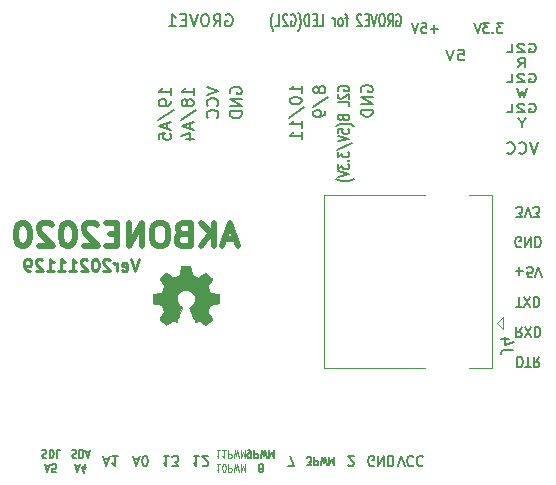
<source format=gbr>
G04 #@! TF.GenerationSoftware,KiCad,Pcbnew,5.1.9-73d0e3b20d~88~ubuntu20.04.1*
G04 #@! TF.CreationDate,2021-11-29T19:04:58+09:00*
G04 #@! TF.ProjectId,AKBONE2020LGT8F,414b424f-4e45-4323-9032-304c47543846,rev?*
G04 #@! TF.SameCoordinates,Original*
G04 #@! TF.FileFunction,Legend,Bot*
G04 #@! TF.FilePolarity,Positive*
%FSLAX46Y46*%
G04 Gerber Fmt 4.6, Leading zero omitted, Abs format (unit mm)*
G04 Created by KiCad (PCBNEW 5.1.9-73d0e3b20d~88~ubuntu20.04.1) date 2021-11-29 19:04:58*
%MOMM*%
%LPD*%
G01*
G04 APERTURE LIST*
%ADD10C,0.175000*%
%ADD11C,0.200000*%
%ADD12C,0.250000*%
%ADD13C,0.500000*%
%ADD14C,0.170000*%
%ADD15C,0.150000*%
%ADD16C,0.125000*%
%ADD17C,0.002540*%
%ADD18C,0.120000*%
G04 APERTURE END LIST*
D10*
X212283420Y-94409240D02*
X212235800Y-94342573D01*
X212235800Y-94242573D01*
X212283420Y-94142573D01*
X212378658Y-94075906D01*
X212473896Y-94042573D01*
X212664372Y-94009240D01*
X212807229Y-94009240D01*
X212997705Y-94042573D01*
X213092943Y-94075906D01*
X213188181Y-94142573D01*
X213235800Y-94242573D01*
X213235800Y-94309240D01*
X213188181Y-94409240D01*
X213140562Y-94442573D01*
X212807229Y-94442573D01*
X212807229Y-94309240D01*
X212331039Y-94709240D02*
X212283420Y-94742573D01*
X212235800Y-94809240D01*
X212235800Y-94975906D01*
X212283420Y-95042573D01*
X212331039Y-95075906D01*
X212426277Y-95109240D01*
X212521515Y-95109240D01*
X212664372Y-95075906D01*
X213235800Y-94675906D01*
X213235800Y-95109240D01*
X213235800Y-95742573D02*
X213235800Y-95409240D01*
X212235800Y-95409240D01*
X212711991Y-96742573D02*
X212759610Y-96842573D01*
X212807229Y-96875906D01*
X212902467Y-96909240D01*
X213045324Y-96909240D01*
X213140562Y-96875906D01*
X213188181Y-96842573D01*
X213235800Y-96775906D01*
X213235800Y-96509240D01*
X212235800Y-96509240D01*
X212235800Y-96742573D01*
X212283420Y-96809240D01*
X212331039Y-96842573D01*
X212426277Y-96875906D01*
X212521515Y-96875906D01*
X212616753Y-96842573D01*
X212664372Y-96809240D01*
X212711991Y-96742573D01*
X212711991Y-96509240D01*
X213616753Y-97409240D02*
X213569134Y-97375906D01*
X213426277Y-97309240D01*
X213331039Y-97275906D01*
X213188181Y-97242573D01*
X212950086Y-97209240D01*
X212759610Y-97209240D01*
X212521515Y-97242573D01*
X212378658Y-97275906D01*
X212283420Y-97309240D01*
X212140562Y-97375906D01*
X212092943Y-97409240D01*
X212235800Y-98009240D02*
X212235800Y-97675906D01*
X212711991Y-97642573D01*
X212664372Y-97675906D01*
X212616753Y-97742573D01*
X212616753Y-97909240D01*
X212664372Y-97975906D01*
X212711991Y-98009240D01*
X212807229Y-98042573D01*
X213045324Y-98042573D01*
X213140562Y-98009240D01*
X213188181Y-97975906D01*
X213235800Y-97909240D01*
X213235800Y-97742573D01*
X213188181Y-97675906D01*
X213140562Y-97642573D01*
X212235800Y-98242573D02*
X213235800Y-98475906D01*
X212235800Y-98709240D01*
X212188181Y-99442573D02*
X213473896Y-98842573D01*
X212235800Y-99609240D02*
X212235800Y-100042573D01*
X212616753Y-99809240D01*
X212616753Y-99909240D01*
X212664372Y-99975906D01*
X212711991Y-100009240D01*
X212807229Y-100042573D01*
X213045324Y-100042573D01*
X213140562Y-100009240D01*
X213188181Y-99975906D01*
X213235800Y-99909240D01*
X213235800Y-99709240D01*
X213188181Y-99642573D01*
X213140562Y-99609240D01*
X213140562Y-100342573D02*
X213188181Y-100375906D01*
X213235800Y-100342573D01*
X213188181Y-100309240D01*
X213140562Y-100342573D01*
X213235800Y-100342573D01*
X212235800Y-100609240D02*
X212235800Y-101042573D01*
X212616753Y-100809240D01*
X212616753Y-100909240D01*
X212664372Y-100975906D01*
X212711991Y-101009240D01*
X212807229Y-101042573D01*
X213045324Y-101042573D01*
X213140562Y-101009240D01*
X213188181Y-100975906D01*
X213235800Y-100909240D01*
X213235800Y-100709240D01*
X213188181Y-100642573D01*
X213140562Y-100609240D01*
X212235800Y-101242573D02*
X213235800Y-101475906D01*
X212235800Y-101709240D01*
X213616753Y-101875906D02*
X213569134Y-101909240D01*
X213426277Y-101975906D01*
X213331039Y-102009240D01*
X213188181Y-102042573D01*
X212950086Y-102075906D01*
X212759610Y-102075906D01*
X212521515Y-102042573D01*
X212378658Y-102009240D01*
X212283420Y-101975906D01*
X212140562Y-101909240D01*
X212092943Y-101875906D01*
D11*
X209189580Y-94596793D02*
X209189580Y-94025364D01*
X209189580Y-94311079D02*
X208189580Y-94311079D01*
X208332438Y-94215840D01*
X208427676Y-94120602D01*
X208475295Y-94025364D01*
X208189580Y-95215840D02*
X208189580Y-95311079D01*
X208237200Y-95406317D01*
X208284819Y-95453936D01*
X208380057Y-95501555D01*
X208570533Y-95549174D01*
X208808628Y-95549174D01*
X208999104Y-95501555D01*
X209094342Y-95453936D01*
X209141961Y-95406317D01*
X209189580Y-95311079D01*
X209189580Y-95215840D01*
X209141961Y-95120602D01*
X209094342Y-95072983D01*
X208999104Y-95025364D01*
X208808628Y-94977745D01*
X208570533Y-94977745D01*
X208380057Y-95025364D01*
X208284819Y-95072983D01*
X208237200Y-95120602D01*
X208189580Y-95215840D01*
X208141961Y-96692031D02*
X209427676Y-95834888D01*
X209189580Y-97549174D02*
X209189580Y-96977745D01*
X209189580Y-97263460D02*
X208189580Y-97263460D01*
X208332438Y-97168221D01*
X208427676Y-97072983D01*
X208475295Y-96977745D01*
X209189580Y-98501555D02*
X209189580Y-97930126D01*
X209189580Y-98215840D02*
X208189580Y-98215840D01*
X208332438Y-98120602D01*
X208427676Y-98025364D01*
X208475295Y-97930126D01*
X214251920Y-94513495D02*
X214204300Y-94418257D01*
X214204300Y-94275400D01*
X214251920Y-94132542D01*
X214347158Y-94037304D01*
X214442396Y-93989685D01*
X214632872Y-93942066D01*
X214775729Y-93942066D01*
X214966205Y-93989685D01*
X215061443Y-94037304D01*
X215156681Y-94132542D01*
X215204300Y-94275400D01*
X215204300Y-94370638D01*
X215156681Y-94513495D01*
X215109062Y-94561114D01*
X214775729Y-94561114D01*
X214775729Y-94370638D01*
X215204300Y-94989685D02*
X214204300Y-94989685D01*
X215204300Y-95561114D01*
X214204300Y-95561114D01*
X215204300Y-96037304D02*
X214204300Y-96037304D01*
X214204300Y-96275400D01*
X214251920Y-96418257D01*
X214347158Y-96513495D01*
X214442396Y-96561114D01*
X214632872Y-96608733D01*
X214775729Y-96608733D01*
X214966205Y-96561114D01*
X215061443Y-96513495D01*
X215156681Y-96418257D01*
X215204300Y-96275400D01*
X215204300Y-96037304D01*
X210622212Y-94241121D02*
X210574593Y-94145883D01*
X210526974Y-94098264D01*
X210431736Y-94050645D01*
X210384117Y-94050645D01*
X210288879Y-94098264D01*
X210241260Y-94145883D01*
X210193640Y-94241121D01*
X210193640Y-94431598D01*
X210241260Y-94526836D01*
X210288879Y-94574455D01*
X210384117Y-94622074D01*
X210431736Y-94622074D01*
X210526974Y-94574455D01*
X210574593Y-94526836D01*
X210622212Y-94431598D01*
X210622212Y-94241121D01*
X210669831Y-94145883D01*
X210717450Y-94098264D01*
X210812688Y-94050645D01*
X211003164Y-94050645D01*
X211098402Y-94098264D01*
X211146021Y-94145883D01*
X211193640Y-94241121D01*
X211193640Y-94431598D01*
X211146021Y-94526836D01*
X211098402Y-94574455D01*
X211003164Y-94622074D01*
X210812688Y-94622074D01*
X210717450Y-94574455D01*
X210669831Y-94526836D01*
X210622212Y-94431598D01*
X210146021Y-95764931D02*
X211431736Y-94907788D01*
X211193640Y-96145883D02*
X211193640Y-96336360D01*
X211146021Y-96431598D01*
X211098402Y-96479217D01*
X210955545Y-96574455D01*
X210765069Y-96622074D01*
X210384117Y-96622074D01*
X210288879Y-96574455D01*
X210241260Y-96526836D01*
X210193640Y-96431598D01*
X210193640Y-96241121D01*
X210241260Y-96145883D01*
X210288879Y-96098264D01*
X210384117Y-96050645D01*
X210622212Y-96050645D01*
X210717450Y-96098264D01*
X210765069Y-96145883D01*
X210812688Y-96241121D01*
X210812688Y-96431598D01*
X210765069Y-96526836D01*
X210717450Y-96574455D01*
X210622212Y-96622074D01*
X203167360Y-94643035D02*
X203119740Y-94547797D01*
X203119740Y-94404940D01*
X203167360Y-94262082D01*
X203262598Y-94166844D01*
X203357836Y-94119225D01*
X203548312Y-94071606D01*
X203691169Y-94071606D01*
X203881645Y-94119225D01*
X203976883Y-94166844D01*
X204072121Y-94262082D01*
X204119740Y-94404940D01*
X204119740Y-94500178D01*
X204072121Y-94643035D01*
X204024502Y-94690654D01*
X203691169Y-94690654D01*
X203691169Y-94500178D01*
X204119740Y-95119225D02*
X203119740Y-95119225D01*
X204119740Y-95690654D01*
X203119740Y-95690654D01*
X204119740Y-96166844D02*
X203119740Y-96166844D01*
X203119740Y-96404940D01*
X203167360Y-96547797D01*
X203262598Y-96643035D01*
X203357836Y-96690654D01*
X203548312Y-96738273D01*
X203691169Y-96738273D01*
X203881645Y-96690654D01*
X203976883Y-96643035D01*
X204072121Y-96547797D01*
X204119740Y-96404940D01*
X204119740Y-96166844D01*
X201143620Y-94114786D02*
X202143620Y-94448120D01*
X201143620Y-94781453D01*
X202048382Y-95686215D02*
X202096001Y-95638596D01*
X202143620Y-95495739D01*
X202143620Y-95400500D01*
X202096001Y-95257643D01*
X202000763Y-95162405D01*
X201905525Y-95114786D01*
X201715049Y-95067167D01*
X201572192Y-95067167D01*
X201381716Y-95114786D01*
X201286478Y-95162405D01*
X201191240Y-95257643D01*
X201143620Y-95400500D01*
X201143620Y-95495739D01*
X201191240Y-95638596D01*
X201238859Y-95686215D01*
X202048382Y-96686215D02*
X202096001Y-96638596D01*
X202143620Y-96495739D01*
X202143620Y-96400500D01*
X202096001Y-96257643D01*
X202000763Y-96162405D01*
X201905525Y-96114786D01*
X201715049Y-96067167D01*
X201572192Y-96067167D01*
X201381716Y-96114786D01*
X201286478Y-96162405D01*
X201191240Y-96257643D01*
X201143620Y-96400500D01*
X201143620Y-96495739D01*
X201191240Y-96638596D01*
X201238859Y-96686215D01*
X198105020Y-94773952D02*
X198105020Y-94202523D01*
X198105020Y-94488238D02*
X197105020Y-94488238D01*
X197247878Y-94393000D01*
X197343116Y-94297761D01*
X197390735Y-94202523D01*
X198105020Y-95250142D02*
X198105020Y-95440619D01*
X198057401Y-95535857D01*
X198009782Y-95583476D01*
X197866925Y-95678714D01*
X197676449Y-95726333D01*
X197295497Y-95726333D01*
X197200259Y-95678714D01*
X197152640Y-95631095D01*
X197105020Y-95535857D01*
X197105020Y-95345380D01*
X197152640Y-95250142D01*
X197200259Y-95202523D01*
X197295497Y-95154904D01*
X197533592Y-95154904D01*
X197628830Y-95202523D01*
X197676449Y-95250142D01*
X197724068Y-95345380D01*
X197724068Y-95535857D01*
X197676449Y-95631095D01*
X197628830Y-95678714D01*
X197533592Y-95726333D01*
X197057401Y-96869190D02*
X198343116Y-96012047D01*
X197819306Y-97154904D02*
X197819306Y-97631095D01*
X198105020Y-97059666D02*
X197105020Y-97393000D01*
X198105020Y-97726333D01*
X197105020Y-98535857D02*
X197105020Y-98059666D01*
X197581211Y-98012047D01*
X197533592Y-98059666D01*
X197485973Y-98154904D01*
X197485973Y-98393000D01*
X197533592Y-98488238D01*
X197581211Y-98535857D01*
X197676449Y-98583476D01*
X197914544Y-98583476D01*
X198009782Y-98535857D01*
X198057401Y-98488238D01*
X198105020Y-98393000D01*
X198105020Y-98154904D01*
X198057401Y-98059666D01*
X198009782Y-98012047D01*
X200037960Y-94773952D02*
X200037960Y-94202523D01*
X200037960Y-94488238D02*
X199037960Y-94488238D01*
X199180818Y-94393000D01*
X199276056Y-94297761D01*
X199323675Y-94202523D01*
X199466532Y-95345380D02*
X199418913Y-95250142D01*
X199371294Y-95202523D01*
X199276056Y-95154904D01*
X199228437Y-95154904D01*
X199133199Y-95202523D01*
X199085580Y-95250142D01*
X199037960Y-95345380D01*
X199037960Y-95535857D01*
X199085580Y-95631095D01*
X199133199Y-95678714D01*
X199228437Y-95726333D01*
X199276056Y-95726333D01*
X199371294Y-95678714D01*
X199418913Y-95631095D01*
X199466532Y-95535857D01*
X199466532Y-95345380D01*
X199514151Y-95250142D01*
X199561770Y-95202523D01*
X199657008Y-95154904D01*
X199847484Y-95154904D01*
X199942722Y-95202523D01*
X199990341Y-95250142D01*
X200037960Y-95345380D01*
X200037960Y-95535857D01*
X199990341Y-95631095D01*
X199942722Y-95678714D01*
X199847484Y-95726333D01*
X199657008Y-95726333D01*
X199561770Y-95678714D01*
X199514151Y-95631095D01*
X199466532Y-95535857D01*
X198990341Y-96869190D02*
X200276056Y-96012047D01*
X199752246Y-97154904D02*
X199752246Y-97631095D01*
X200037960Y-97059666D02*
X199037960Y-97393000D01*
X200037960Y-97726333D01*
X199371294Y-98488238D02*
X200037960Y-98488238D01*
X198990341Y-98250142D02*
X199704627Y-98012047D01*
X199704627Y-98631095D01*
X220715711Y-89220825D02*
X220106187Y-89220825D01*
X220410949Y-89563682D02*
X220410949Y-88877968D01*
X219344282Y-88663682D02*
X219725235Y-88663682D01*
X219763330Y-89092254D01*
X219725235Y-89049397D01*
X219649044Y-89006540D01*
X219458568Y-89006540D01*
X219382378Y-89049397D01*
X219344282Y-89092254D01*
X219306187Y-89177968D01*
X219306187Y-89392254D01*
X219344282Y-89477968D01*
X219382378Y-89520825D01*
X219458568Y-89563682D01*
X219649044Y-89563682D01*
X219725235Y-89520825D01*
X219763330Y-89477968D01*
X219077616Y-88663682D02*
X218810949Y-89563682D01*
X218544282Y-88663682D01*
D10*
X228457047Y-95557500D02*
X228552285Y-95524166D01*
X228695142Y-95524166D01*
X228838000Y-95557500D01*
X228933238Y-95624166D01*
X228980857Y-95690833D01*
X229028476Y-95824166D01*
X229028476Y-95924166D01*
X228980857Y-96057500D01*
X228933238Y-96124166D01*
X228838000Y-96190833D01*
X228695142Y-96224166D01*
X228599904Y-96224166D01*
X228457047Y-96190833D01*
X228409428Y-96157500D01*
X228409428Y-95924166D01*
X228599904Y-95924166D01*
X228028476Y-95590833D02*
X227980857Y-95557500D01*
X227885619Y-95524166D01*
X227647523Y-95524166D01*
X227552285Y-95557500D01*
X227504666Y-95590833D01*
X227457047Y-95657500D01*
X227457047Y-95724166D01*
X227504666Y-95824166D01*
X228076095Y-96224166D01*
X227457047Y-96224166D01*
X226552285Y-96224166D02*
X227028476Y-96224166D01*
X227028476Y-95524166D01*
X227838000Y-97115833D02*
X227838000Y-97449166D01*
X228171333Y-96749166D02*
X227838000Y-97115833D01*
X227504666Y-96749166D01*
X228457047Y-93017500D02*
X228552285Y-92984166D01*
X228695142Y-92984166D01*
X228838000Y-93017500D01*
X228933238Y-93084166D01*
X228980857Y-93150833D01*
X229028476Y-93284166D01*
X229028476Y-93384166D01*
X228980857Y-93517500D01*
X228933238Y-93584166D01*
X228838000Y-93650833D01*
X228695142Y-93684166D01*
X228599904Y-93684166D01*
X228457047Y-93650833D01*
X228409428Y-93617500D01*
X228409428Y-93384166D01*
X228599904Y-93384166D01*
X228028476Y-93050833D02*
X227980857Y-93017500D01*
X227885619Y-92984166D01*
X227647523Y-92984166D01*
X227552285Y-93017500D01*
X227504666Y-93050833D01*
X227457047Y-93117500D01*
X227457047Y-93184166D01*
X227504666Y-93284166D01*
X228076095Y-93684166D01*
X227457047Y-93684166D01*
X226552285Y-93684166D02*
X227028476Y-93684166D01*
X227028476Y-92984166D01*
X228266571Y-94209166D02*
X228028476Y-94909166D01*
X227838000Y-94409166D01*
X227647523Y-94909166D01*
X227409428Y-94209166D01*
X228457047Y-90477500D02*
X228552285Y-90444166D01*
X228695142Y-90444166D01*
X228838000Y-90477500D01*
X228933238Y-90544166D01*
X228980857Y-90610833D01*
X229028476Y-90744166D01*
X229028476Y-90844166D01*
X228980857Y-90977500D01*
X228933238Y-91044166D01*
X228838000Y-91110833D01*
X228695142Y-91144166D01*
X228599904Y-91144166D01*
X228457047Y-91110833D01*
X228409428Y-91077500D01*
X228409428Y-90844166D01*
X228599904Y-90844166D01*
X228028476Y-90510833D02*
X227980857Y-90477500D01*
X227885619Y-90444166D01*
X227647523Y-90444166D01*
X227552285Y-90477500D01*
X227504666Y-90510833D01*
X227457047Y-90577500D01*
X227457047Y-90644166D01*
X227504666Y-90744166D01*
X228076095Y-91144166D01*
X227457047Y-91144166D01*
X226552285Y-91144166D02*
X227028476Y-91144166D01*
X227028476Y-90444166D01*
X227528476Y-92369166D02*
X227861809Y-92035833D01*
X228099904Y-92369166D02*
X228099904Y-91669166D01*
X227718952Y-91669166D01*
X227623714Y-91702500D01*
X227576095Y-91735833D01*
X227528476Y-91802500D01*
X227528476Y-91902500D01*
X227576095Y-91969166D01*
X227623714Y-92002500D01*
X227718952Y-92035833D01*
X228099904Y-92035833D01*
D12*
X195380952Y-108672380D02*
X195047619Y-109672380D01*
X194714285Y-108672380D01*
X194000000Y-109624761D02*
X194095238Y-109672380D01*
X194285714Y-109672380D01*
X194380952Y-109624761D01*
X194428571Y-109529523D01*
X194428571Y-109148571D01*
X194380952Y-109053333D01*
X194285714Y-109005714D01*
X194095238Y-109005714D01*
X194000000Y-109053333D01*
X193952380Y-109148571D01*
X193952380Y-109243809D01*
X194428571Y-109339047D01*
X193523809Y-109672380D02*
X193523809Y-109005714D01*
X193523809Y-109196190D02*
X193476190Y-109100952D01*
X193428571Y-109053333D01*
X193333333Y-109005714D01*
X193238095Y-109005714D01*
X192952380Y-108767619D02*
X192904761Y-108720000D01*
X192809523Y-108672380D01*
X192571428Y-108672380D01*
X192476190Y-108720000D01*
X192428571Y-108767619D01*
X192380952Y-108862857D01*
X192380952Y-108958095D01*
X192428571Y-109100952D01*
X193000000Y-109672380D01*
X192380952Y-109672380D01*
X191761904Y-108672380D02*
X191666666Y-108672380D01*
X191571428Y-108720000D01*
X191523809Y-108767619D01*
X191476190Y-108862857D01*
X191428571Y-109053333D01*
X191428571Y-109291428D01*
X191476190Y-109481904D01*
X191523809Y-109577142D01*
X191571428Y-109624761D01*
X191666666Y-109672380D01*
X191761904Y-109672380D01*
X191857142Y-109624761D01*
X191904761Y-109577142D01*
X191952380Y-109481904D01*
X192000000Y-109291428D01*
X192000000Y-109053333D01*
X191952380Y-108862857D01*
X191904761Y-108767619D01*
X191857142Y-108720000D01*
X191761904Y-108672380D01*
X191047619Y-108767619D02*
X191000000Y-108720000D01*
X190904761Y-108672380D01*
X190666666Y-108672380D01*
X190571428Y-108720000D01*
X190523809Y-108767619D01*
X190476190Y-108862857D01*
X190476190Y-108958095D01*
X190523809Y-109100952D01*
X191095238Y-109672380D01*
X190476190Y-109672380D01*
X189523809Y-109672380D02*
X190095238Y-109672380D01*
X189809523Y-109672380D02*
X189809523Y-108672380D01*
X189904761Y-108815238D01*
X190000000Y-108910476D01*
X190095238Y-108958095D01*
X188571428Y-109672380D02*
X189142857Y-109672380D01*
X188857142Y-109672380D02*
X188857142Y-108672380D01*
X188952380Y-108815238D01*
X189047619Y-108910476D01*
X189142857Y-108958095D01*
X187619047Y-109672380D02*
X188190476Y-109672380D01*
X187904761Y-109672380D02*
X187904761Y-108672380D01*
X188000000Y-108815238D01*
X188095238Y-108910476D01*
X188190476Y-108958095D01*
X187238095Y-108767619D02*
X187190476Y-108720000D01*
X187095238Y-108672380D01*
X186857142Y-108672380D01*
X186761904Y-108720000D01*
X186714285Y-108767619D01*
X186666666Y-108862857D01*
X186666666Y-108958095D01*
X186714285Y-109100952D01*
X187285714Y-109672380D01*
X186666666Y-109672380D01*
X186190476Y-109672380D02*
X186000000Y-109672380D01*
X185904761Y-109624761D01*
X185857142Y-109577142D01*
X185761904Y-109434285D01*
X185714285Y-109243809D01*
X185714285Y-108862857D01*
X185761904Y-108767619D01*
X185809523Y-108720000D01*
X185904761Y-108672380D01*
X186095238Y-108672380D01*
X186190476Y-108720000D01*
X186238095Y-108767619D01*
X186285714Y-108862857D01*
X186285714Y-109100952D01*
X186238095Y-109196190D01*
X186190476Y-109243809D01*
X186095238Y-109291428D01*
X185904761Y-109291428D01*
X185809523Y-109243809D01*
X185761904Y-109196190D01*
X185714285Y-109100952D01*
D13*
X203595714Y-107013333D02*
X202643333Y-107013333D01*
X203786190Y-107584761D02*
X203119523Y-105584761D01*
X202452857Y-107584761D01*
X201786190Y-107584761D02*
X201786190Y-105584761D01*
X200643333Y-107584761D02*
X201500476Y-106441904D01*
X200643333Y-105584761D02*
X201786190Y-106727619D01*
X199119523Y-106537142D02*
X198833809Y-106632380D01*
X198738571Y-106727619D01*
X198643333Y-106918095D01*
X198643333Y-107203809D01*
X198738571Y-107394285D01*
X198833809Y-107489523D01*
X199024285Y-107584761D01*
X199786190Y-107584761D01*
X199786190Y-105584761D01*
X199119523Y-105584761D01*
X198929047Y-105680000D01*
X198833809Y-105775238D01*
X198738571Y-105965714D01*
X198738571Y-106156190D01*
X198833809Y-106346666D01*
X198929047Y-106441904D01*
X199119523Y-106537142D01*
X199786190Y-106537142D01*
X197405238Y-105584761D02*
X197024285Y-105584761D01*
X196833809Y-105680000D01*
X196643333Y-105870476D01*
X196548095Y-106251428D01*
X196548095Y-106918095D01*
X196643333Y-107299047D01*
X196833809Y-107489523D01*
X197024285Y-107584761D01*
X197405238Y-107584761D01*
X197595714Y-107489523D01*
X197786190Y-107299047D01*
X197881428Y-106918095D01*
X197881428Y-106251428D01*
X197786190Y-105870476D01*
X197595714Y-105680000D01*
X197405238Y-105584761D01*
X195690952Y-107584761D02*
X195690952Y-105584761D01*
X194548095Y-107584761D01*
X194548095Y-105584761D01*
X193595714Y-106537142D02*
X192929047Y-106537142D01*
X192643333Y-107584761D02*
X193595714Y-107584761D01*
X193595714Y-105584761D01*
X192643333Y-105584761D01*
X191881428Y-105775238D02*
X191786190Y-105680000D01*
X191595714Y-105584761D01*
X191119523Y-105584761D01*
X190929047Y-105680000D01*
X190833809Y-105775238D01*
X190738571Y-105965714D01*
X190738571Y-106156190D01*
X190833809Y-106441904D01*
X191976666Y-107584761D01*
X190738571Y-107584761D01*
X189500476Y-105584761D02*
X189310000Y-105584761D01*
X189119523Y-105680000D01*
X189024285Y-105775238D01*
X188929047Y-105965714D01*
X188833809Y-106346666D01*
X188833809Y-106822857D01*
X188929047Y-107203809D01*
X189024285Y-107394285D01*
X189119523Y-107489523D01*
X189310000Y-107584761D01*
X189500476Y-107584761D01*
X189690952Y-107489523D01*
X189786190Y-107394285D01*
X189881428Y-107203809D01*
X189976666Y-106822857D01*
X189976666Y-106346666D01*
X189881428Y-105965714D01*
X189786190Y-105775238D01*
X189690952Y-105680000D01*
X189500476Y-105584761D01*
X188071904Y-105775238D02*
X187976666Y-105680000D01*
X187786190Y-105584761D01*
X187310000Y-105584761D01*
X187119523Y-105680000D01*
X187024285Y-105775238D01*
X186929047Y-105965714D01*
X186929047Y-106156190D01*
X187024285Y-106441904D01*
X188167142Y-107584761D01*
X186929047Y-107584761D01*
X185690952Y-105584761D02*
X185500476Y-105584761D01*
X185310000Y-105680000D01*
X185214761Y-105775238D01*
X185119523Y-105965714D01*
X185024285Y-106346666D01*
X185024285Y-106822857D01*
X185119523Y-107203809D01*
X185214761Y-107394285D01*
X185310000Y-107489523D01*
X185500476Y-107584761D01*
X185690952Y-107584761D01*
X185881428Y-107489523D01*
X185976666Y-107394285D01*
X186071904Y-107203809D01*
X186167142Y-106822857D01*
X186167142Y-106346666D01*
X186071904Y-105965714D01*
X185976666Y-105775238D01*
X185881428Y-105680000D01*
X185690952Y-105584761D01*
D14*
X227445714Y-116932857D02*
X227445714Y-117832857D01*
X227636190Y-117832857D01*
X227750476Y-117790000D01*
X227826666Y-117704285D01*
X227864761Y-117618571D01*
X227902857Y-117447142D01*
X227902857Y-117318571D01*
X227864761Y-117147142D01*
X227826666Y-117061428D01*
X227750476Y-116975714D01*
X227636190Y-116932857D01*
X227445714Y-116932857D01*
X228131428Y-117832857D02*
X228588571Y-117832857D01*
X228360000Y-116932857D02*
X228360000Y-117832857D01*
X229312380Y-116932857D02*
X229045714Y-117361428D01*
X228855238Y-116932857D02*
X228855238Y-117832857D01*
X229160000Y-117832857D01*
X229236190Y-117790000D01*
X229274285Y-117747142D01*
X229312380Y-117661428D01*
X229312380Y-117532857D01*
X229274285Y-117447142D01*
X229236190Y-117404285D01*
X229160000Y-117361428D01*
X228855238Y-117361428D01*
X227826666Y-114392857D02*
X227560000Y-114821428D01*
X227369523Y-114392857D02*
X227369523Y-115292857D01*
X227674285Y-115292857D01*
X227750476Y-115250000D01*
X227788571Y-115207142D01*
X227826666Y-115121428D01*
X227826666Y-114992857D01*
X227788571Y-114907142D01*
X227750476Y-114864285D01*
X227674285Y-114821428D01*
X227369523Y-114821428D01*
X228093333Y-115292857D02*
X228626666Y-114392857D01*
X228626666Y-115292857D02*
X228093333Y-114392857D01*
X228931428Y-114392857D02*
X228931428Y-115292857D01*
X229121904Y-115292857D01*
X229236190Y-115250000D01*
X229312380Y-115164285D01*
X229350476Y-115078571D01*
X229388571Y-114907142D01*
X229388571Y-114778571D01*
X229350476Y-114607142D01*
X229312380Y-114521428D01*
X229236190Y-114435714D01*
X229121904Y-114392857D01*
X228931428Y-114392857D01*
X227331428Y-109655714D02*
X227940952Y-109655714D01*
X227636190Y-109312857D02*
X227636190Y-109998571D01*
X228702857Y-110212857D02*
X228321904Y-110212857D01*
X228283809Y-109784285D01*
X228321904Y-109827142D01*
X228398095Y-109870000D01*
X228588571Y-109870000D01*
X228664761Y-109827142D01*
X228702857Y-109784285D01*
X228740952Y-109698571D01*
X228740952Y-109484285D01*
X228702857Y-109398571D01*
X228664761Y-109355714D01*
X228588571Y-109312857D01*
X228398095Y-109312857D01*
X228321904Y-109355714D01*
X228283809Y-109398571D01*
X228969523Y-110212857D02*
X229236190Y-109312857D01*
X229502857Y-110212857D01*
X227350476Y-112752857D02*
X227807619Y-112752857D01*
X227579047Y-111852857D02*
X227579047Y-112752857D01*
X227998095Y-112752857D02*
X228531428Y-111852857D01*
X228531428Y-112752857D02*
X227998095Y-111852857D01*
X228836190Y-111852857D02*
X228836190Y-112752857D01*
X229026666Y-112752857D01*
X229140952Y-112710000D01*
X229217142Y-112624285D01*
X229255238Y-112538571D01*
X229293333Y-112367142D01*
X229293333Y-112238571D01*
X229255238Y-112067142D01*
X229217142Y-111981428D01*
X229140952Y-111895714D01*
X229026666Y-111852857D01*
X228836190Y-111852857D01*
X227750476Y-107630000D02*
X227674285Y-107672857D01*
X227560000Y-107672857D01*
X227445714Y-107630000D01*
X227369523Y-107544285D01*
X227331428Y-107458571D01*
X227293333Y-107287142D01*
X227293333Y-107158571D01*
X227331428Y-106987142D01*
X227369523Y-106901428D01*
X227445714Y-106815714D01*
X227560000Y-106772857D01*
X227636190Y-106772857D01*
X227750476Y-106815714D01*
X227788571Y-106858571D01*
X227788571Y-107158571D01*
X227636190Y-107158571D01*
X228131428Y-106772857D02*
X228131428Y-107672857D01*
X228588571Y-106772857D01*
X228588571Y-107672857D01*
X228969523Y-106772857D02*
X228969523Y-107672857D01*
X229160000Y-107672857D01*
X229274285Y-107630000D01*
X229350476Y-107544285D01*
X229388571Y-107458571D01*
X229426666Y-107287142D01*
X229426666Y-107158571D01*
X229388571Y-106987142D01*
X229350476Y-106901428D01*
X229274285Y-106815714D01*
X229160000Y-106772857D01*
X228969523Y-106772857D01*
X227369523Y-105132857D02*
X227864761Y-105132857D01*
X227598095Y-104790000D01*
X227712380Y-104790000D01*
X227788571Y-104747142D01*
X227826666Y-104704285D01*
X227864761Y-104618571D01*
X227864761Y-104404285D01*
X227826666Y-104318571D01*
X227788571Y-104275714D01*
X227712380Y-104232857D01*
X227483809Y-104232857D01*
X227407619Y-104275714D01*
X227369523Y-104318571D01*
X228093333Y-105132857D02*
X228360000Y-104232857D01*
X228626666Y-105132857D01*
X228817142Y-105132857D02*
X229312380Y-105132857D01*
X229045714Y-104790000D01*
X229160000Y-104790000D01*
X229236190Y-104747142D01*
X229274285Y-104704285D01*
X229312380Y-104618571D01*
X229312380Y-104404285D01*
X229274285Y-104318571D01*
X229236190Y-104275714D01*
X229160000Y-104232857D01*
X228931428Y-104232857D01*
X228855238Y-104275714D01*
X228817142Y-104318571D01*
D11*
X222440476Y-90947142D02*
X222916666Y-90947142D01*
X222964285Y-91375714D01*
X222916666Y-91332857D01*
X222821428Y-91290000D01*
X222583333Y-91290000D01*
X222488095Y-91332857D01*
X222440476Y-91375714D01*
X222392857Y-91461428D01*
X222392857Y-91675714D01*
X222440476Y-91761428D01*
X222488095Y-91804285D01*
X222583333Y-91847142D01*
X222821428Y-91847142D01*
X222916666Y-91804285D01*
X222964285Y-91761428D01*
X222107142Y-90947142D02*
X221773809Y-91847142D01*
X221440476Y-90947142D01*
X226224952Y-88661142D02*
X225729714Y-88661142D01*
X225996380Y-89004000D01*
X225882095Y-89004000D01*
X225805904Y-89046857D01*
X225767809Y-89089714D01*
X225729714Y-89175428D01*
X225729714Y-89389714D01*
X225767809Y-89475428D01*
X225805904Y-89518285D01*
X225882095Y-89561142D01*
X226110666Y-89561142D01*
X226186857Y-89518285D01*
X226224952Y-89475428D01*
X225386857Y-89475428D02*
X225348761Y-89518285D01*
X225386857Y-89561142D01*
X225424952Y-89518285D01*
X225386857Y-89475428D01*
X225386857Y-89561142D01*
X225082095Y-88661142D02*
X224586857Y-88661142D01*
X224853523Y-89004000D01*
X224739238Y-89004000D01*
X224663047Y-89046857D01*
X224624952Y-89089714D01*
X224586857Y-89175428D01*
X224586857Y-89389714D01*
X224624952Y-89475428D01*
X224663047Y-89518285D01*
X224739238Y-89561142D01*
X224967809Y-89561142D01*
X225044000Y-89518285D01*
X225082095Y-89475428D01*
X224358285Y-88661142D02*
X224091619Y-89561142D01*
X223824952Y-88661142D01*
X229171333Y-98766380D02*
X228838000Y-99766380D01*
X228504666Y-98766380D01*
X227599904Y-99671142D02*
X227647523Y-99718761D01*
X227790380Y-99766380D01*
X227885619Y-99766380D01*
X228028476Y-99718761D01*
X228123714Y-99623523D01*
X228171333Y-99528285D01*
X228218952Y-99337809D01*
X228218952Y-99194952D01*
X228171333Y-99004476D01*
X228123714Y-98909238D01*
X228028476Y-98814000D01*
X227885619Y-98766380D01*
X227790380Y-98766380D01*
X227647523Y-98814000D01*
X227599904Y-98861619D01*
X226599904Y-99671142D02*
X226647523Y-99718761D01*
X226790380Y-99766380D01*
X226885619Y-99766380D01*
X227028476Y-99718761D01*
X227123714Y-99623523D01*
X227171333Y-99528285D01*
X227218952Y-99337809D01*
X227218952Y-99194952D01*
X227171333Y-99004476D01*
X227123714Y-98909238D01*
X227028476Y-98814000D01*
X226885619Y-98766380D01*
X226790380Y-98766380D01*
X226647523Y-98814000D01*
X226599904Y-98861619D01*
D10*
X217223333Y-88000000D02*
X217290000Y-87952380D01*
X217390000Y-87952380D01*
X217490000Y-88000000D01*
X217556666Y-88095238D01*
X217590000Y-88190476D01*
X217623333Y-88380952D01*
X217623333Y-88523809D01*
X217590000Y-88714285D01*
X217556666Y-88809523D01*
X217490000Y-88904761D01*
X217390000Y-88952380D01*
X217323333Y-88952380D01*
X217223333Y-88904761D01*
X217190000Y-88857142D01*
X217190000Y-88523809D01*
X217323333Y-88523809D01*
X216490000Y-88952380D02*
X216723333Y-88476190D01*
X216890000Y-88952380D02*
X216890000Y-87952380D01*
X216623333Y-87952380D01*
X216556666Y-88000000D01*
X216523333Y-88047619D01*
X216490000Y-88142857D01*
X216490000Y-88285714D01*
X216523333Y-88380952D01*
X216556666Y-88428571D01*
X216623333Y-88476190D01*
X216890000Y-88476190D01*
X216056666Y-87952380D02*
X215923333Y-87952380D01*
X215856666Y-88000000D01*
X215790000Y-88095238D01*
X215756666Y-88285714D01*
X215756666Y-88619047D01*
X215790000Y-88809523D01*
X215856666Y-88904761D01*
X215923333Y-88952380D01*
X216056666Y-88952380D01*
X216123333Y-88904761D01*
X216190000Y-88809523D01*
X216223333Y-88619047D01*
X216223333Y-88285714D01*
X216190000Y-88095238D01*
X216123333Y-88000000D01*
X216056666Y-87952380D01*
X215556666Y-87952380D02*
X215323333Y-88952380D01*
X215090000Y-87952380D01*
X214856666Y-88428571D02*
X214623333Y-88428571D01*
X214523333Y-88952380D02*
X214856666Y-88952380D01*
X214856666Y-87952380D01*
X214523333Y-87952380D01*
X214256666Y-88047619D02*
X214223333Y-88000000D01*
X214156666Y-87952380D01*
X213990000Y-87952380D01*
X213923333Y-88000000D01*
X213890000Y-88047619D01*
X213856666Y-88142857D01*
X213856666Y-88238095D01*
X213890000Y-88380952D01*
X214290000Y-88952380D01*
X213856666Y-88952380D01*
X213123333Y-88285714D02*
X212856666Y-88285714D01*
X213023333Y-88952380D02*
X213023333Y-88095238D01*
X212990000Y-88000000D01*
X212923333Y-87952380D01*
X212856666Y-87952380D01*
X212523333Y-88952380D02*
X212590000Y-88904761D01*
X212623333Y-88857142D01*
X212656666Y-88761904D01*
X212656666Y-88476190D01*
X212623333Y-88380952D01*
X212590000Y-88333333D01*
X212523333Y-88285714D01*
X212423333Y-88285714D01*
X212356666Y-88333333D01*
X212323333Y-88380952D01*
X212290000Y-88476190D01*
X212290000Y-88761904D01*
X212323333Y-88857142D01*
X212356666Y-88904761D01*
X212423333Y-88952380D01*
X212523333Y-88952380D01*
X211990000Y-88952380D02*
X211990000Y-88285714D01*
X211990000Y-88476190D02*
X211956666Y-88380952D01*
X211923333Y-88333333D01*
X211856666Y-88285714D01*
X211790000Y-88285714D01*
X210690000Y-88952380D02*
X211023333Y-88952380D01*
X211023333Y-87952380D01*
X210456666Y-88428571D02*
X210223333Y-88428571D01*
X210123333Y-88952380D02*
X210456666Y-88952380D01*
X210456666Y-87952380D01*
X210123333Y-87952380D01*
X209823333Y-88952380D02*
X209823333Y-87952380D01*
X209656666Y-87952380D01*
X209556666Y-88000000D01*
X209490000Y-88095238D01*
X209456666Y-88190476D01*
X209423333Y-88380952D01*
X209423333Y-88523809D01*
X209456666Y-88714285D01*
X209490000Y-88809523D01*
X209556666Y-88904761D01*
X209656666Y-88952380D01*
X209823333Y-88952380D01*
X208923333Y-89333333D02*
X208956666Y-89285714D01*
X209023333Y-89142857D01*
X209056666Y-89047619D01*
X209090000Y-88904761D01*
X209123333Y-88666666D01*
X209123333Y-88476190D01*
X209090000Y-88238095D01*
X209056666Y-88095238D01*
X209023333Y-88000000D01*
X208956666Y-87857142D01*
X208923333Y-87809523D01*
X208290000Y-88000000D02*
X208356666Y-87952380D01*
X208456666Y-87952380D01*
X208556666Y-88000000D01*
X208623333Y-88095238D01*
X208656666Y-88190476D01*
X208690000Y-88380952D01*
X208690000Y-88523809D01*
X208656666Y-88714285D01*
X208623333Y-88809523D01*
X208556666Y-88904761D01*
X208456666Y-88952380D01*
X208390000Y-88952380D01*
X208290000Y-88904761D01*
X208256666Y-88857142D01*
X208256666Y-88523809D01*
X208390000Y-88523809D01*
X207990000Y-88047619D02*
X207956666Y-88000000D01*
X207890000Y-87952380D01*
X207723333Y-87952380D01*
X207656666Y-88000000D01*
X207623333Y-88047619D01*
X207590000Y-88142857D01*
X207590000Y-88238095D01*
X207623333Y-88380952D01*
X208023333Y-88952380D01*
X207590000Y-88952380D01*
X206956666Y-88952380D02*
X207290000Y-88952380D01*
X207290000Y-87952380D01*
X206790000Y-89333333D02*
X206756666Y-89285714D01*
X206690000Y-89142857D01*
X206656666Y-89047619D01*
X206623333Y-88904761D01*
X206590000Y-88666666D01*
X206590000Y-88476190D01*
X206623333Y-88238095D01*
X206656666Y-88095238D01*
X206690000Y-88000000D01*
X206756666Y-87857142D01*
X206790000Y-87809523D01*
D11*
X202779047Y-88000000D02*
X202874285Y-87952380D01*
X203017142Y-87952380D01*
X203160000Y-88000000D01*
X203255238Y-88095238D01*
X203302857Y-88190476D01*
X203350476Y-88380952D01*
X203350476Y-88523809D01*
X203302857Y-88714285D01*
X203255238Y-88809523D01*
X203160000Y-88904761D01*
X203017142Y-88952380D01*
X202921904Y-88952380D01*
X202779047Y-88904761D01*
X202731428Y-88857142D01*
X202731428Y-88523809D01*
X202921904Y-88523809D01*
X201731428Y-88952380D02*
X202064761Y-88476190D01*
X202302857Y-88952380D02*
X202302857Y-87952380D01*
X201921904Y-87952380D01*
X201826666Y-88000000D01*
X201779047Y-88047619D01*
X201731428Y-88142857D01*
X201731428Y-88285714D01*
X201779047Y-88380952D01*
X201826666Y-88428571D01*
X201921904Y-88476190D01*
X202302857Y-88476190D01*
X201112380Y-87952380D02*
X200921904Y-87952380D01*
X200826666Y-88000000D01*
X200731428Y-88095238D01*
X200683809Y-88285714D01*
X200683809Y-88619047D01*
X200731428Y-88809523D01*
X200826666Y-88904761D01*
X200921904Y-88952380D01*
X201112380Y-88952380D01*
X201207619Y-88904761D01*
X201302857Y-88809523D01*
X201350476Y-88619047D01*
X201350476Y-88285714D01*
X201302857Y-88095238D01*
X201207619Y-88000000D01*
X201112380Y-87952380D01*
X200398095Y-87952380D02*
X200064761Y-88952380D01*
X199731428Y-87952380D01*
X199398095Y-88428571D02*
X199064761Y-88428571D01*
X198921904Y-88952380D02*
X199398095Y-88952380D01*
X199398095Y-87952380D01*
X198921904Y-87952380D01*
X197969523Y-88952380D02*
X198540952Y-88952380D01*
X198255238Y-88952380D02*
X198255238Y-87952380D01*
X198350476Y-88095238D01*
X198445714Y-88190476D01*
X198540952Y-88238095D01*
D15*
X205682857Y-126413333D02*
X205625714Y-126446666D01*
X205597142Y-126480000D01*
X205568571Y-126546666D01*
X205568571Y-126580000D01*
X205597142Y-126646666D01*
X205625714Y-126680000D01*
X205682857Y-126713333D01*
X205797142Y-126713333D01*
X205854285Y-126680000D01*
X205882857Y-126646666D01*
X205911428Y-126580000D01*
X205911428Y-126546666D01*
X205882857Y-126480000D01*
X205854285Y-126446666D01*
X205797142Y-126413333D01*
X205682857Y-126413333D01*
X205625714Y-126380000D01*
X205597142Y-126346666D01*
X205568571Y-126280000D01*
X205568571Y-126146666D01*
X205597142Y-126080000D01*
X205625714Y-126046666D01*
X205682857Y-126013333D01*
X205797142Y-126013333D01*
X205854285Y-126046666D01*
X205882857Y-126080000D01*
X205911428Y-126146666D01*
X205911428Y-126280000D01*
X205882857Y-126346666D01*
X205854285Y-126380000D01*
X205797142Y-126413333D01*
X204640000Y-124813333D02*
X204754285Y-124813333D01*
X204811428Y-124846666D01*
X204840000Y-124880000D01*
X204897142Y-124980000D01*
X204925714Y-125113333D01*
X204925714Y-125380000D01*
X204897142Y-125446666D01*
X204868571Y-125480000D01*
X204811428Y-125513333D01*
X204697142Y-125513333D01*
X204640000Y-125480000D01*
X204611428Y-125446666D01*
X204582857Y-125380000D01*
X204582857Y-125213333D01*
X204611428Y-125146666D01*
X204640000Y-125113333D01*
X204697142Y-125080000D01*
X204811428Y-125080000D01*
X204868571Y-125113333D01*
X204897142Y-125146666D01*
X204925714Y-125213333D01*
X205182857Y-124813333D02*
X205182857Y-125513333D01*
X205411428Y-125513333D01*
X205468571Y-125480000D01*
X205497142Y-125446666D01*
X205525714Y-125380000D01*
X205525714Y-125280000D01*
X205497142Y-125213333D01*
X205468571Y-125180000D01*
X205411428Y-125146666D01*
X205182857Y-125146666D01*
X205725714Y-125513333D02*
X205868571Y-124813333D01*
X205982857Y-125313333D01*
X206097142Y-124813333D01*
X206240000Y-125513333D01*
X206468571Y-124813333D02*
X206468571Y-125513333D01*
X206668571Y-125013333D01*
X206868571Y-125513333D01*
X206868571Y-124813333D01*
X190071428Y-126213333D02*
X190357142Y-126213333D01*
X190014285Y-126013333D02*
X190214285Y-126713333D01*
X190414285Y-126013333D01*
X190871428Y-126480000D02*
X190871428Y-126013333D01*
X190728571Y-126746666D02*
X190585714Y-126246666D01*
X190957142Y-126246666D01*
X189771428Y-124846666D02*
X189857142Y-124813333D01*
X190000000Y-124813333D01*
X190057142Y-124846666D01*
X190085714Y-124880000D01*
X190114285Y-124946666D01*
X190114285Y-125013333D01*
X190085714Y-125080000D01*
X190057142Y-125113333D01*
X190000000Y-125146666D01*
X189885714Y-125180000D01*
X189828571Y-125213333D01*
X189800000Y-125246666D01*
X189771428Y-125313333D01*
X189771428Y-125380000D01*
X189800000Y-125446666D01*
X189828571Y-125480000D01*
X189885714Y-125513333D01*
X190028571Y-125513333D01*
X190114285Y-125480000D01*
X190371428Y-124813333D02*
X190371428Y-125513333D01*
X190514285Y-125513333D01*
X190600000Y-125480000D01*
X190657142Y-125413333D01*
X190685714Y-125346666D01*
X190714285Y-125213333D01*
X190714285Y-125113333D01*
X190685714Y-124980000D01*
X190657142Y-124913333D01*
X190600000Y-124846666D01*
X190514285Y-124813333D01*
X190371428Y-124813333D01*
X190942857Y-125013333D02*
X191228571Y-125013333D01*
X190885714Y-124813333D02*
X191085714Y-125513333D01*
X191285714Y-124813333D01*
X187531428Y-126213333D02*
X187817142Y-126213333D01*
X187474285Y-126013333D02*
X187674285Y-126713333D01*
X187874285Y-126013333D01*
X188360000Y-126713333D02*
X188074285Y-126713333D01*
X188045714Y-126380000D01*
X188074285Y-126413333D01*
X188131428Y-126446666D01*
X188274285Y-126446666D01*
X188331428Y-126413333D01*
X188360000Y-126380000D01*
X188388571Y-126313333D01*
X188388571Y-126146666D01*
X188360000Y-126080000D01*
X188331428Y-126046666D01*
X188274285Y-126013333D01*
X188131428Y-126013333D01*
X188074285Y-126046666D01*
X188045714Y-126080000D01*
X187245714Y-124846666D02*
X187331428Y-124813333D01*
X187474285Y-124813333D01*
X187531428Y-124846666D01*
X187560000Y-124880000D01*
X187588571Y-124946666D01*
X187588571Y-125013333D01*
X187560000Y-125080000D01*
X187531428Y-125113333D01*
X187474285Y-125146666D01*
X187360000Y-125180000D01*
X187302857Y-125213333D01*
X187274285Y-125246666D01*
X187245714Y-125313333D01*
X187245714Y-125380000D01*
X187274285Y-125446666D01*
X187302857Y-125480000D01*
X187360000Y-125513333D01*
X187502857Y-125513333D01*
X187588571Y-125480000D01*
X187845714Y-124813333D02*
X187845714Y-125513333D01*
X187988571Y-125513333D01*
X188074285Y-125480000D01*
X188131428Y-125413333D01*
X188160000Y-125346666D01*
X188188571Y-125213333D01*
X188188571Y-125113333D01*
X188160000Y-124980000D01*
X188131428Y-124913333D01*
X188074285Y-124846666D01*
X187988571Y-124813333D01*
X187845714Y-124813333D01*
X188731428Y-124813333D02*
X188445714Y-124813333D01*
X188445714Y-125513333D01*
D14*
X195008571Y-125580000D02*
X195389523Y-125580000D01*
X194932380Y-125322857D02*
X195199047Y-126222857D01*
X195465714Y-125322857D01*
X195884761Y-126222857D02*
X195960952Y-126222857D01*
X196037142Y-126180000D01*
X196075238Y-126137142D01*
X196113333Y-126051428D01*
X196151428Y-125880000D01*
X196151428Y-125665714D01*
X196113333Y-125494285D01*
X196075238Y-125408571D01*
X196037142Y-125365714D01*
X195960952Y-125322857D01*
X195884761Y-125322857D01*
X195808571Y-125365714D01*
X195770476Y-125408571D01*
X195732380Y-125494285D01*
X195694285Y-125665714D01*
X195694285Y-125880000D01*
X195732380Y-126051428D01*
X195770476Y-126137142D01*
X195808571Y-126180000D01*
X195884761Y-126222857D01*
X197967619Y-125322857D02*
X197510476Y-125322857D01*
X197739047Y-125322857D02*
X197739047Y-126222857D01*
X197662857Y-126094285D01*
X197586666Y-126008571D01*
X197510476Y-125965714D01*
X198234285Y-126222857D02*
X198729523Y-126222857D01*
X198462857Y-125880000D01*
X198577142Y-125880000D01*
X198653333Y-125837142D01*
X198691428Y-125794285D01*
X198729523Y-125708571D01*
X198729523Y-125494285D01*
X198691428Y-125408571D01*
X198653333Y-125365714D01*
X198577142Y-125322857D01*
X198348571Y-125322857D01*
X198272380Y-125365714D01*
X198234285Y-125408571D01*
X217373333Y-126222857D02*
X217640000Y-125322857D01*
X217906666Y-126222857D01*
X218630476Y-125408571D02*
X218592380Y-125365714D01*
X218478095Y-125322857D01*
X218401904Y-125322857D01*
X218287619Y-125365714D01*
X218211428Y-125451428D01*
X218173333Y-125537142D01*
X218135238Y-125708571D01*
X218135238Y-125837142D01*
X218173333Y-126008571D01*
X218211428Y-126094285D01*
X218287619Y-126180000D01*
X218401904Y-126222857D01*
X218478095Y-126222857D01*
X218592380Y-126180000D01*
X218630476Y-126137142D01*
X219430476Y-125408571D02*
X219392380Y-125365714D01*
X219278095Y-125322857D01*
X219201904Y-125322857D01*
X219087619Y-125365714D01*
X219011428Y-125451428D01*
X218973333Y-125537142D01*
X218935238Y-125708571D01*
X218935238Y-125837142D01*
X218973333Y-126008571D01*
X219011428Y-126094285D01*
X219087619Y-126180000D01*
X219201904Y-126222857D01*
X219278095Y-126222857D01*
X219392380Y-126180000D01*
X219430476Y-126137142D01*
X192468571Y-125580000D02*
X192849523Y-125580000D01*
X192392380Y-125322857D02*
X192659047Y-126222857D01*
X192925714Y-125322857D01*
X193611428Y-125322857D02*
X193154285Y-125322857D01*
X193382857Y-125322857D02*
X193382857Y-126222857D01*
X193306666Y-126094285D01*
X193230476Y-126008571D01*
X193154285Y-125965714D01*
D16*
X202283333Y-126000833D02*
X201997619Y-126000833D01*
X202140476Y-126000833D02*
X202140476Y-126700833D01*
X202092857Y-126600833D01*
X202045238Y-126534166D01*
X201997619Y-126500833D01*
X202592857Y-126700833D02*
X202640476Y-126700833D01*
X202688095Y-126667500D01*
X202711904Y-126634166D01*
X202735714Y-126567500D01*
X202759523Y-126434166D01*
X202759523Y-126267500D01*
X202735714Y-126134166D01*
X202711904Y-126067500D01*
X202688095Y-126034166D01*
X202640476Y-126000833D01*
X202592857Y-126000833D01*
X202545238Y-126034166D01*
X202521428Y-126067500D01*
X202497619Y-126134166D01*
X202473809Y-126267500D01*
X202473809Y-126434166D01*
X202497619Y-126567500D01*
X202521428Y-126634166D01*
X202545238Y-126667500D01*
X202592857Y-126700833D01*
X202973809Y-126000833D02*
X202973809Y-126700833D01*
X203164285Y-126700833D01*
X203211904Y-126667500D01*
X203235714Y-126634166D01*
X203259523Y-126567500D01*
X203259523Y-126467500D01*
X203235714Y-126400833D01*
X203211904Y-126367500D01*
X203164285Y-126334166D01*
X202973809Y-126334166D01*
X203426190Y-126700833D02*
X203545238Y-126000833D01*
X203640476Y-126500833D01*
X203735714Y-126000833D01*
X203854761Y-126700833D01*
X204045238Y-126000833D02*
X204045238Y-126700833D01*
X204211904Y-126200833D01*
X204378571Y-126700833D01*
X204378571Y-126000833D01*
X202283333Y-124825833D02*
X201997619Y-124825833D01*
X202140476Y-124825833D02*
X202140476Y-125525833D01*
X202092857Y-125425833D01*
X202045238Y-125359166D01*
X201997619Y-125325833D01*
X202759523Y-124825833D02*
X202473809Y-124825833D01*
X202616666Y-124825833D02*
X202616666Y-125525833D01*
X202569047Y-125425833D01*
X202521428Y-125359166D01*
X202473809Y-125325833D01*
X202973809Y-124825833D02*
X202973809Y-125525833D01*
X203164285Y-125525833D01*
X203211904Y-125492500D01*
X203235714Y-125459166D01*
X203259523Y-125392500D01*
X203259523Y-125292500D01*
X203235714Y-125225833D01*
X203211904Y-125192500D01*
X203164285Y-125159166D01*
X202973809Y-125159166D01*
X203426190Y-125525833D02*
X203545238Y-124825833D01*
X203640476Y-125325833D01*
X203735714Y-124825833D01*
X203854761Y-125525833D01*
X204045238Y-124825833D02*
X204045238Y-125525833D01*
X204211904Y-125025833D01*
X204378571Y-125525833D01*
X204378571Y-124825833D01*
D14*
X208013333Y-126222857D02*
X208546666Y-126222857D01*
X208203809Y-125322857D01*
X200507619Y-125322857D02*
X200050476Y-125322857D01*
X200279047Y-125322857D02*
X200279047Y-126222857D01*
X200202857Y-126094285D01*
X200126666Y-126008571D01*
X200050476Y-125965714D01*
X200812380Y-126137142D02*
X200850476Y-126180000D01*
X200926666Y-126222857D01*
X201117142Y-126222857D01*
X201193333Y-126180000D01*
X201231428Y-126137142D01*
X201269523Y-126051428D01*
X201269523Y-125965714D01*
X201231428Y-125837142D01*
X200774285Y-125322857D01*
X201269523Y-125322857D01*
X213131428Y-126137142D02*
X213169523Y-126180000D01*
X213245714Y-126222857D01*
X213436190Y-126222857D01*
X213512380Y-126180000D01*
X213550476Y-126137142D01*
X213588571Y-126051428D01*
X213588571Y-125965714D01*
X213550476Y-125837142D01*
X213093333Y-125322857D01*
X213588571Y-125322857D01*
D15*
X209634285Y-126113333D02*
X210005714Y-126113333D01*
X209805714Y-125846666D01*
X209891428Y-125846666D01*
X209948571Y-125813333D01*
X209977142Y-125780000D01*
X210005714Y-125713333D01*
X210005714Y-125546666D01*
X209977142Y-125480000D01*
X209948571Y-125446666D01*
X209891428Y-125413333D01*
X209720000Y-125413333D01*
X209662857Y-125446666D01*
X209634285Y-125480000D01*
X210262857Y-125413333D02*
X210262857Y-126113333D01*
X210491428Y-126113333D01*
X210548571Y-126080000D01*
X210577142Y-126046666D01*
X210605714Y-125980000D01*
X210605714Y-125880000D01*
X210577142Y-125813333D01*
X210548571Y-125780000D01*
X210491428Y-125746666D01*
X210262857Y-125746666D01*
X210805714Y-126113333D02*
X210948571Y-125413333D01*
X211062857Y-125913333D01*
X211177142Y-125413333D01*
X211320000Y-126113333D01*
X211548571Y-125413333D02*
X211548571Y-126113333D01*
X211748571Y-125613333D01*
X211948571Y-126113333D01*
X211948571Y-125413333D01*
D14*
X215290476Y-126180000D02*
X215214285Y-126222857D01*
X215100000Y-126222857D01*
X214985714Y-126180000D01*
X214909523Y-126094285D01*
X214871428Y-126008571D01*
X214833333Y-125837142D01*
X214833333Y-125708571D01*
X214871428Y-125537142D01*
X214909523Y-125451428D01*
X214985714Y-125365714D01*
X215100000Y-125322857D01*
X215176190Y-125322857D01*
X215290476Y-125365714D01*
X215328571Y-125408571D01*
X215328571Y-125708571D01*
X215176190Y-125708571D01*
X215671428Y-125322857D02*
X215671428Y-126222857D01*
X216128571Y-125322857D01*
X216128571Y-126222857D01*
X216509523Y-125322857D02*
X216509523Y-126222857D01*
X216700000Y-126222857D01*
X216814285Y-126180000D01*
X216890476Y-126094285D01*
X216928571Y-126008571D01*
X216966666Y-125837142D01*
X216966666Y-125708571D01*
X216928571Y-125537142D01*
X216890476Y-125451428D01*
X216814285Y-125365714D01*
X216700000Y-125322857D01*
X216509523Y-125322857D01*
D17*
G36*
X201076560Y-114259360D02*
G01*
X201046080Y-114244120D01*
X200982580Y-114203480D01*
X200888600Y-114142520D01*
X200779380Y-114068860D01*
X200667620Y-113992660D01*
X200578720Y-113931700D01*
X200515220Y-113891060D01*
X200487280Y-113878360D01*
X200474580Y-113883440D01*
X200421240Y-113908840D01*
X200345040Y-113946940D01*
X200301860Y-113969800D01*
X200230740Y-114000280D01*
X200197720Y-114005360D01*
X200190100Y-113997740D01*
X200164700Y-113944400D01*
X200126600Y-113852960D01*
X200073260Y-113731040D01*
X200012300Y-113591340D01*
X199948800Y-113438940D01*
X199882760Y-113284000D01*
X199821800Y-113134140D01*
X199768460Y-113002060D01*
X199725280Y-112892840D01*
X199694800Y-112819180D01*
X199684640Y-112786160D01*
X199687180Y-112778540D01*
X199722740Y-112745520D01*
X199783700Y-112699800D01*
X199915780Y-112593120D01*
X200045320Y-112430560D01*
X200124060Y-112245140D01*
X200152000Y-112041940D01*
X200129140Y-111851440D01*
X200052940Y-111668560D01*
X199925940Y-111506000D01*
X199773540Y-111384080D01*
X199593200Y-111305340D01*
X199390000Y-111282480D01*
X199196960Y-111302800D01*
X199011540Y-111376460D01*
X198846440Y-111500920D01*
X198777860Y-111582200D01*
X198681340Y-111747300D01*
X198628000Y-111925100D01*
X198620380Y-111970820D01*
X198630540Y-112166400D01*
X198686420Y-112351820D01*
X198790560Y-112519460D01*
X198932800Y-112656620D01*
X198950580Y-112671860D01*
X199019160Y-112720120D01*
X199062340Y-112755680D01*
X199097900Y-112783620D01*
X198848980Y-113383060D01*
X198808340Y-113477040D01*
X198739760Y-113642140D01*
X198681340Y-113781840D01*
X198633080Y-113893600D01*
X198600060Y-113969800D01*
X198584820Y-114000280D01*
X198582280Y-114000280D01*
X198561960Y-114005360D01*
X198516240Y-113987580D01*
X198432420Y-113946940D01*
X198376540Y-113919000D01*
X198313040Y-113888520D01*
X198285100Y-113878360D01*
X198259700Y-113891060D01*
X198198740Y-113929160D01*
X198109840Y-113990120D01*
X198003160Y-114063780D01*
X197901560Y-114132360D01*
X197807580Y-114193320D01*
X197739000Y-114236500D01*
X197705980Y-114254280D01*
X197700900Y-114254280D01*
X197670420Y-114239040D01*
X197617080Y-114193320D01*
X197535800Y-114117120D01*
X197418960Y-114002820D01*
X197401180Y-113985040D01*
X197307200Y-113888520D01*
X197231000Y-113807240D01*
X197177660Y-113751360D01*
X197159880Y-113723420D01*
X197177660Y-113690400D01*
X197220840Y-113624360D01*
X197281800Y-113527840D01*
X197358000Y-113416080D01*
X197556120Y-113129060D01*
X197446900Y-112857280D01*
X197413880Y-112773460D01*
X197370700Y-112671860D01*
X197340220Y-112600740D01*
X197324980Y-112567720D01*
X197294500Y-112557560D01*
X197220840Y-112539780D01*
X197111620Y-112516920D01*
X196982080Y-112494060D01*
X196860160Y-112471200D01*
X196750940Y-112450880D01*
X196669660Y-112435640D01*
X196634100Y-112428020D01*
X196623940Y-112422940D01*
X196618860Y-112405160D01*
X196613780Y-112367060D01*
X196611240Y-112301020D01*
X196608700Y-112194340D01*
X196608700Y-112041940D01*
X196608700Y-112024160D01*
X196611240Y-111876840D01*
X196613780Y-111762540D01*
X196616320Y-111686340D01*
X196621400Y-111655860D01*
X196656960Y-111648240D01*
X196735700Y-111630460D01*
X196844920Y-111610140D01*
X196977000Y-111584740D01*
X196987160Y-111582200D01*
X197116700Y-111556800D01*
X197228460Y-111533940D01*
X197304660Y-111516160D01*
X197337680Y-111506000D01*
X197345300Y-111495840D01*
X197370700Y-111445040D01*
X197408800Y-111363760D01*
X197451980Y-111264700D01*
X197495160Y-111160560D01*
X197533260Y-111069120D01*
X197558660Y-110998000D01*
X197566280Y-110967520D01*
X197563740Y-110967520D01*
X197545960Y-110934500D01*
X197500240Y-110865920D01*
X197436740Y-110771940D01*
X197358000Y-110660180D01*
X197352920Y-110652560D01*
X197276720Y-110540800D01*
X197215760Y-110446820D01*
X197175120Y-110378240D01*
X197159880Y-110347760D01*
X197185280Y-110314740D01*
X197241160Y-110251240D01*
X197322440Y-110164880D01*
X197421500Y-110068360D01*
X197451980Y-110037880D01*
X197558660Y-109931200D01*
X197634860Y-109862620D01*
X197680580Y-109824520D01*
X197703440Y-109816900D01*
X197705980Y-109816900D01*
X197739000Y-109837220D01*
X197807580Y-109882940D01*
X197904100Y-109948980D01*
X198015860Y-110025180D01*
X198023480Y-110030260D01*
X198135240Y-110106460D01*
X198229220Y-110169960D01*
X198295260Y-110213140D01*
X198323200Y-110230920D01*
X198328280Y-110230920D01*
X198374000Y-110215680D01*
X198452740Y-110187740D01*
X198549260Y-110152180D01*
X198653400Y-110109000D01*
X198744840Y-110070900D01*
X198815960Y-110037880D01*
X198848980Y-110020100D01*
X198848980Y-110017560D01*
X198861680Y-109979460D01*
X198882000Y-109895640D01*
X198904860Y-109781340D01*
X198930260Y-109644180D01*
X198935340Y-109621320D01*
X198960740Y-109489240D01*
X198981060Y-109380020D01*
X198996300Y-109303820D01*
X199003920Y-109273340D01*
X199024240Y-109268260D01*
X199087740Y-109263180D01*
X199186800Y-109260640D01*
X199306180Y-109260640D01*
X199430640Y-109260640D01*
X199555100Y-109263180D01*
X199659240Y-109268260D01*
X199735440Y-109273340D01*
X199765920Y-109278420D01*
X199765920Y-109280960D01*
X199778620Y-109321600D01*
X199796400Y-109405420D01*
X199819260Y-109519720D01*
X199847200Y-109656880D01*
X199852280Y-109682280D01*
X199875140Y-109814360D01*
X199898000Y-109921040D01*
X199913240Y-109997240D01*
X199923400Y-110025180D01*
X199933560Y-110032800D01*
X199989440Y-110055660D01*
X200078340Y-110093760D01*
X200187560Y-110136940D01*
X200441560Y-110241080D01*
X200753980Y-110025180D01*
X200784460Y-110007400D01*
X200896220Y-109931200D01*
X200987660Y-109867700D01*
X201051160Y-109827060D01*
X201079100Y-109811820D01*
X201081640Y-109814360D01*
X201112120Y-109839760D01*
X201173080Y-109898180D01*
X201259440Y-109982000D01*
X201355960Y-110078520D01*
X201429620Y-110152180D01*
X201515980Y-110238540D01*
X201569320Y-110296960D01*
X201599800Y-110335060D01*
X201609960Y-110357920D01*
X201607420Y-110373160D01*
X201587100Y-110406180D01*
X201541380Y-110474760D01*
X201477880Y-110568740D01*
X201401680Y-110680500D01*
X201338180Y-110771940D01*
X201272140Y-110876080D01*
X201226420Y-110952280D01*
X201211180Y-110987840D01*
X201216260Y-111003080D01*
X201236580Y-111064040D01*
X201274680Y-111158020D01*
X201320400Y-111267240D01*
X201429620Y-111513620D01*
X201592180Y-111546640D01*
X201691240Y-111564420D01*
X201828400Y-111589820D01*
X201957940Y-111615220D01*
X202163680Y-111655860D01*
X202171300Y-112407700D01*
X202140820Y-112422940D01*
X202110340Y-112430560D01*
X202034140Y-112448340D01*
X201924920Y-112468660D01*
X201797920Y-112494060D01*
X201688700Y-112514380D01*
X201576940Y-112534700D01*
X201498200Y-112549940D01*
X201462640Y-112557560D01*
X201455020Y-112567720D01*
X201427080Y-112621060D01*
X201388980Y-112707420D01*
X201345800Y-112809020D01*
X201300080Y-112913160D01*
X201261980Y-113012220D01*
X201234040Y-113085880D01*
X201223880Y-113123980D01*
X201239120Y-113151920D01*
X201282300Y-113217960D01*
X201343260Y-113309400D01*
X201416920Y-113418620D01*
X201490580Y-113527840D01*
X201554080Y-113621820D01*
X201597260Y-113687860D01*
X201617580Y-113718340D01*
X201607420Y-113741200D01*
X201564240Y-113792000D01*
X201480420Y-113878360D01*
X201358500Y-114000280D01*
X201338180Y-114018060D01*
X201241660Y-114112040D01*
X201157840Y-114188240D01*
X201101960Y-114239040D01*
X201076560Y-114259360D01*
G37*
X201076560Y-114259360D02*
X201046080Y-114244120D01*
X200982580Y-114203480D01*
X200888600Y-114142520D01*
X200779380Y-114068860D01*
X200667620Y-113992660D01*
X200578720Y-113931700D01*
X200515220Y-113891060D01*
X200487280Y-113878360D01*
X200474580Y-113883440D01*
X200421240Y-113908840D01*
X200345040Y-113946940D01*
X200301860Y-113969800D01*
X200230740Y-114000280D01*
X200197720Y-114005360D01*
X200190100Y-113997740D01*
X200164700Y-113944400D01*
X200126600Y-113852960D01*
X200073260Y-113731040D01*
X200012300Y-113591340D01*
X199948800Y-113438940D01*
X199882760Y-113284000D01*
X199821800Y-113134140D01*
X199768460Y-113002060D01*
X199725280Y-112892840D01*
X199694800Y-112819180D01*
X199684640Y-112786160D01*
X199687180Y-112778540D01*
X199722740Y-112745520D01*
X199783700Y-112699800D01*
X199915780Y-112593120D01*
X200045320Y-112430560D01*
X200124060Y-112245140D01*
X200152000Y-112041940D01*
X200129140Y-111851440D01*
X200052940Y-111668560D01*
X199925940Y-111506000D01*
X199773540Y-111384080D01*
X199593200Y-111305340D01*
X199390000Y-111282480D01*
X199196960Y-111302800D01*
X199011540Y-111376460D01*
X198846440Y-111500920D01*
X198777860Y-111582200D01*
X198681340Y-111747300D01*
X198628000Y-111925100D01*
X198620380Y-111970820D01*
X198630540Y-112166400D01*
X198686420Y-112351820D01*
X198790560Y-112519460D01*
X198932800Y-112656620D01*
X198950580Y-112671860D01*
X199019160Y-112720120D01*
X199062340Y-112755680D01*
X199097900Y-112783620D01*
X198848980Y-113383060D01*
X198808340Y-113477040D01*
X198739760Y-113642140D01*
X198681340Y-113781840D01*
X198633080Y-113893600D01*
X198600060Y-113969800D01*
X198584820Y-114000280D01*
X198582280Y-114000280D01*
X198561960Y-114005360D01*
X198516240Y-113987580D01*
X198432420Y-113946940D01*
X198376540Y-113919000D01*
X198313040Y-113888520D01*
X198285100Y-113878360D01*
X198259700Y-113891060D01*
X198198740Y-113929160D01*
X198109840Y-113990120D01*
X198003160Y-114063780D01*
X197901560Y-114132360D01*
X197807580Y-114193320D01*
X197739000Y-114236500D01*
X197705980Y-114254280D01*
X197700900Y-114254280D01*
X197670420Y-114239040D01*
X197617080Y-114193320D01*
X197535800Y-114117120D01*
X197418960Y-114002820D01*
X197401180Y-113985040D01*
X197307200Y-113888520D01*
X197231000Y-113807240D01*
X197177660Y-113751360D01*
X197159880Y-113723420D01*
X197177660Y-113690400D01*
X197220840Y-113624360D01*
X197281800Y-113527840D01*
X197358000Y-113416080D01*
X197556120Y-113129060D01*
X197446900Y-112857280D01*
X197413880Y-112773460D01*
X197370700Y-112671860D01*
X197340220Y-112600740D01*
X197324980Y-112567720D01*
X197294500Y-112557560D01*
X197220840Y-112539780D01*
X197111620Y-112516920D01*
X196982080Y-112494060D01*
X196860160Y-112471200D01*
X196750940Y-112450880D01*
X196669660Y-112435640D01*
X196634100Y-112428020D01*
X196623940Y-112422940D01*
X196618860Y-112405160D01*
X196613780Y-112367060D01*
X196611240Y-112301020D01*
X196608700Y-112194340D01*
X196608700Y-112041940D01*
X196608700Y-112024160D01*
X196611240Y-111876840D01*
X196613780Y-111762540D01*
X196616320Y-111686340D01*
X196621400Y-111655860D01*
X196656960Y-111648240D01*
X196735700Y-111630460D01*
X196844920Y-111610140D01*
X196977000Y-111584740D01*
X196987160Y-111582200D01*
X197116700Y-111556800D01*
X197228460Y-111533940D01*
X197304660Y-111516160D01*
X197337680Y-111506000D01*
X197345300Y-111495840D01*
X197370700Y-111445040D01*
X197408800Y-111363760D01*
X197451980Y-111264700D01*
X197495160Y-111160560D01*
X197533260Y-111069120D01*
X197558660Y-110998000D01*
X197566280Y-110967520D01*
X197563740Y-110967520D01*
X197545960Y-110934500D01*
X197500240Y-110865920D01*
X197436740Y-110771940D01*
X197358000Y-110660180D01*
X197352920Y-110652560D01*
X197276720Y-110540800D01*
X197215760Y-110446820D01*
X197175120Y-110378240D01*
X197159880Y-110347760D01*
X197185280Y-110314740D01*
X197241160Y-110251240D01*
X197322440Y-110164880D01*
X197421500Y-110068360D01*
X197451980Y-110037880D01*
X197558660Y-109931200D01*
X197634860Y-109862620D01*
X197680580Y-109824520D01*
X197703440Y-109816900D01*
X197705980Y-109816900D01*
X197739000Y-109837220D01*
X197807580Y-109882940D01*
X197904100Y-109948980D01*
X198015860Y-110025180D01*
X198023480Y-110030260D01*
X198135240Y-110106460D01*
X198229220Y-110169960D01*
X198295260Y-110213140D01*
X198323200Y-110230920D01*
X198328280Y-110230920D01*
X198374000Y-110215680D01*
X198452740Y-110187740D01*
X198549260Y-110152180D01*
X198653400Y-110109000D01*
X198744840Y-110070900D01*
X198815960Y-110037880D01*
X198848980Y-110020100D01*
X198848980Y-110017560D01*
X198861680Y-109979460D01*
X198882000Y-109895640D01*
X198904860Y-109781340D01*
X198930260Y-109644180D01*
X198935340Y-109621320D01*
X198960740Y-109489240D01*
X198981060Y-109380020D01*
X198996300Y-109303820D01*
X199003920Y-109273340D01*
X199024240Y-109268260D01*
X199087740Y-109263180D01*
X199186800Y-109260640D01*
X199306180Y-109260640D01*
X199430640Y-109260640D01*
X199555100Y-109263180D01*
X199659240Y-109268260D01*
X199735440Y-109273340D01*
X199765920Y-109278420D01*
X199765920Y-109280960D01*
X199778620Y-109321600D01*
X199796400Y-109405420D01*
X199819260Y-109519720D01*
X199847200Y-109656880D01*
X199852280Y-109682280D01*
X199875140Y-109814360D01*
X199898000Y-109921040D01*
X199913240Y-109997240D01*
X199923400Y-110025180D01*
X199933560Y-110032800D01*
X199989440Y-110055660D01*
X200078340Y-110093760D01*
X200187560Y-110136940D01*
X200441560Y-110241080D01*
X200753980Y-110025180D01*
X200784460Y-110007400D01*
X200896220Y-109931200D01*
X200987660Y-109867700D01*
X201051160Y-109827060D01*
X201079100Y-109811820D01*
X201081640Y-109814360D01*
X201112120Y-109839760D01*
X201173080Y-109898180D01*
X201259440Y-109982000D01*
X201355960Y-110078520D01*
X201429620Y-110152180D01*
X201515980Y-110238540D01*
X201569320Y-110296960D01*
X201599800Y-110335060D01*
X201609960Y-110357920D01*
X201607420Y-110373160D01*
X201587100Y-110406180D01*
X201541380Y-110474760D01*
X201477880Y-110568740D01*
X201401680Y-110680500D01*
X201338180Y-110771940D01*
X201272140Y-110876080D01*
X201226420Y-110952280D01*
X201211180Y-110987840D01*
X201216260Y-111003080D01*
X201236580Y-111064040D01*
X201274680Y-111158020D01*
X201320400Y-111267240D01*
X201429620Y-111513620D01*
X201592180Y-111546640D01*
X201691240Y-111564420D01*
X201828400Y-111589820D01*
X201957940Y-111615220D01*
X202163680Y-111655860D01*
X202171300Y-112407700D01*
X202140820Y-112422940D01*
X202110340Y-112430560D01*
X202034140Y-112448340D01*
X201924920Y-112468660D01*
X201797920Y-112494060D01*
X201688700Y-112514380D01*
X201576940Y-112534700D01*
X201498200Y-112549940D01*
X201462640Y-112557560D01*
X201455020Y-112567720D01*
X201427080Y-112621060D01*
X201388980Y-112707420D01*
X201345800Y-112809020D01*
X201300080Y-112913160D01*
X201261980Y-113012220D01*
X201234040Y-113085880D01*
X201223880Y-113123980D01*
X201239120Y-113151920D01*
X201282300Y-113217960D01*
X201343260Y-113309400D01*
X201416920Y-113418620D01*
X201490580Y-113527840D01*
X201554080Y-113621820D01*
X201597260Y-113687860D01*
X201617580Y-113718340D01*
X201607420Y-113741200D01*
X201564240Y-113792000D01*
X201480420Y-113878360D01*
X201358500Y-114000280D01*
X201338180Y-114018060D01*
X201241660Y-114112040D01*
X201157840Y-114188240D01*
X201101960Y-114239040D01*
X201076560Y-114259360D01*
D18*
X219650000Y-117930000D02*
X211110000Y-117930000D01*
X211110000Y-117930000D02*
X211110000Y-103210000D01*
X219650000Y-103210000D02*
X211110000Y-103210000D01*
X225330000Y-117930000D02*
X225330000Y-103210000D01*
X225330000Y-117930000D02*
X223350000Y-117930000D01*
X223350000Y-103210000D02*
X225330000Y-103210000D01*
X226210000Y-114570000D02*
X225710000Y-114070000D01*
X225710000Y-114070000D02*
X226210000Y-113570000D01*
X226210000Y-113570000D02*
X226210000Y-114570000D01*
D15*
X227107619Y-116353333D02*
X226393333Y-116353333D01*
X226250476Y-116400952D01*
X226155238Y-116496190D01*
X226107619Y-116639047D01*
X226107619Y-116734285D01*
X226774285Y-115448571D02*
X226107619Y-115448571D01*
X227155238Y-115686666D02*
X226440952Y-115924761D01*
X226440952Y-115305714D01*
M02*

</source>
